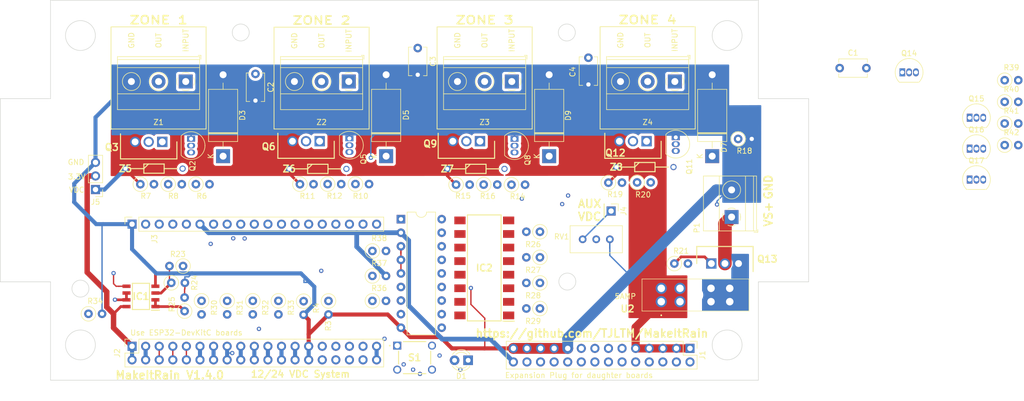
<source format=kicad_pcb>
(kicad_pcb (version 20221018) (generator pcbnew)
  (layers (0 "F.Cu" power) (1 "In1.Cu" signal) (2 "In2.Cu" signal) (31 "B.Cu" power) (34 "B.Paste" user) (35 "F.Paste" user) (36 "B.SilkS" user "B.Silkscreen") (37 "F.SilkS" user "F.Silkscreen") (38 "B.Mask" user) (39 "F.Mask" user) (44 "Edge.Cuts" user))
  (net 0 "")
  (net 1 "GND")
  (net 2 "+VDC")
  (net 3 "/Zone1IO/ZoneOutput")
  (net 4 "/Zone2IO/ZoneOutput")
  (net 5 "/Zone4IO/ZoneOutput")
  (net 6 "/Zone3IO/ZoneOutput")
  (net 7 "+3V3")
  (net 8 "Net-(Q14-D)")
  (net 9 "Net-(Q14-G)")
  (net 10 "/InputIsolation/1in")
  (net 11 "/InputIsolation/2in")
  (net 12 "/InputIsolation/3in")
  (net 13 "D39")
  (net 14 "D21")
  (net 15 "Net-(Q15-D)")
  (net 16 "Net-(Q15-G)")
  (net 17 "Net-(Q16-D)")
  (net 18 "Net-(Q16-G)")
  (net 19 "D36")
  (net 20 "Net-(IC1-+IN_A)")
  (net 21 "D12")
  (net 22 "D14")
  (net 23 "D27")
  (net 24 "D26")
  (net 25 "D23")
  (net 26 "D19")
  (net 27 "Net-(Q13-Pad1)")
  (net 28 "Net-(IC1-+INB)")
  (net 31 "D18")
  (net 32 "D5")
  (net 34 "D35")
  (net 35 "D32")
  (net 37 "/SD1")
  (net 38 "/SDD")
  (net 39 "/CLK")
  (net 40 "D4")
  (net 41 "D0")
  (net 42 "TX")
  (net 43 "RX")
  (net 44 "EN")
  (net 45 "D34")
  (net 46 "D17")
  (net 47 "D16")
  (net 48 "D2")
  (net 49 "D15")
  (net 50 "Net-(Q3-Pad1)")
  (net 51 "Net-(Q6-Pad1)")
  (net 52 "Net-(Q9-Pad1)")
  (net 53 "Net-(Q12-Pad1)")
  (net 54 "Net-(Q13-Pad3)")
  (net 59 "Net-(J2-Pin_37)")
  (net 60 "Net-(P1-Pin_1)")
  (net 61 "Net-(Q2-D)")
  (net 62 "AuxVoltage")
  (net 63 "Net-(Q5-D)")
  (net 64 "Net-(Q8-D)")
  (net 65 "Net-(Q11-D)")
  (net 66 "Z1")
  (net 67 "Z2")
  (net 68 "Z3")
  (net 69 "Z4")
  (net 70 "Z5")
  (net 71 "Z6")
  (net 72 "Z7")
  (net 73 "Z8")
  (net 74 "Net-(U1-~{RESET})")
  (net 76 "Net-(D1-K)")
  (net 77 "Net-(Q17-D)")
  (net 78 "Net-(Q17-G)")
  (net 79 "D33")
  (net 80 "D22")
  (net 81 "D25")
  (net 82 "/InputIsolation/4in")
  (net 86 "Net-(IC2-A_1)")
  (net 87 "Net-(IC2-A_2)")
  (net 88 "Net-(IC2-A_3)")
  (net 89 "Net-(IC2-A_4)")
  (footprint "Capacitor_THT:C_Disc_D5.1mm_W3.2mm_P5.00mm" (layer "F.Cu") (at 89.109 69.6597 -90)
    (fp_text reference "C2")
    (fp_text value "220nF")
  )
  (footprint "Capacitor_THT:C_Disc_D5.1mm_W3.2mm_P5.00mm" (layer "F.Cu") (at 119.4496 64.825 -90)
    (fp_text reference "C3")
    (fp_text value "220nF")
  )
  (footprint "Capacitor_THT:C_Disc_D5.1mm_W3.2mm_P5.00mm" (layer "F.Cu") (at 151.3579 66.6383 -90)
    (fp_text reference "C4")
    (fp_text value "220nF")
  )
  (footprint "Diode_THT:D_DO-201_P15.24mm_Horizontal" (layer "F.Cu") (at 83.061 85.06 90)
    (fp_text reference "D3")
    (fp_text value "STPS3150RL")
  )
  (footprint "Diode_THT:D_DO-201_P15.24mm_Horizontal" (layer "F.Cu") (at 113.541 85.06 90)
    (fp_text reference "D5")
    (fp_text value "STPS3150RL")
  )
  (footprint "Diode_THT:D_DO-201_P15.24mm_Horizontal" (layer "F.Cu") (at 174.501 85.06 90)
    (fp_text reference "D7")
    (fp_text value "STPS3150RL")
  )
  (footprint "Diode_THT:D_DO-201_P15.24mm_Horizontal" (layer "F.Cu") (at 144.021 85.06 90)
    (fp_text reference "D9")
    (fp_text value "STPS3150RL")
  )
  (footprint "LED_THT:LED_D3.0mm" (layer "F.Cu") (at 128.8729 123.2682 180)
    (fp_text reference "D1")
    (fp_text value "LED")
  )
  (footprint "Connector_PinSocket_2.54mm:PinSocket_2x19_P2.54mm_Vertical" (layer "F.Cu") (at 66.04 120.65 90)
    (fp_text reference "J2")
    (fp_text value "Conn_02x19_Odd_Even")
  )
  (footprint "Connector_PinSocket_2.54mm:PinSocket_1x19_P2.54mm_Vertical" (layer "F.Cu") (at 66.04 97.79 90)
    (fp_text reference "J3")
    (fp_text value "Conn_01x19")
  )
  (footprint "TerminalBlock_Phoenix:TerminalBlock_Phoenix_MKDS-1,5-2-5.08_1x02_P5.08mm_Horizontal" (layer "F.Cu") (at 178.1257 96.4578 90)
    (fp_text reference "P1")
    (fp_text value "Screw_Terminal_01x02")
  )
  (footprint "SamacSys_Parts:TO254P469X1042X1967-3P" (layer "F.Cu") (at 71.6897 82.3796 180)
    (fp_text reference "Q3")
    (fp_text value "IRF9Z34NPBF" hide)
  )
  (footprint "SamacSys_Parts:TO254P469X1042X1967-3P" (layer "F.Cu") (at 101.1086 82.2676 180)
    (fp_text reference "Q6")
    (fp_text value "IRF9Z34NPBF" hide)
  )
  (footprint "SamacSys_Parts:TO254P469X1042X1967-3P" (layer "F.Cu") (at 131.0857 82.2676 180)
    (fp_text reference "Q9")
    (fp_text value "IRF9Z34NPBF" hide)
  )
  (footprint "SamacSys_Parts:TO254P469X1042X1967-3P" (layer "F.Cu") (at 162.2292 82.2676 180)
    (fp_text reference "Q12")
    (fp_text value "IRF9Z34NPBF" hide)
  )
  (footprint "SamacSys_Parts:TO254P469X1042X1967-3P" (layer "F.Cu") (at 174.3416 105.1641)
    (fp_text reference "Q13")
    (fp_text value "IRF9Z34NPBF" hide)
  )
  (footprint "TerminalBlock_Phoenix:TerminalBlock_Phoenix_MKDS-1,5-3-5.08_1x03_P5.08mm_Horizontal" (layer "F.Cu") (at 106.556 71.09 180)
    (fp_text reference "Z2")
    (fp_text value "Screw_Terminal_01x03")
  )
  (footprint "TerminalBlock_Phoenix:TerminalBlock_Phoenix_MKDS-1,5-3-5.08_1x03_P5.08mm_Horizontal" (layer "F.Cu") (at 137.036 71.09 180)
    (fp_text reference "Z3")
    (fp_text value "Screw_Terminal_01x03")
  )
  (footprint "TerminalBlock_Phoenix:TerminalBlock_Phoenix_MKDS-1,5-3-5.08_1x03_P5.08mm_Horizontal" (layer "F.Cu") (at 167.516 71.09 180)
    (fp_text reference "Z4")
    (fp_text value "Screw_Terminal_01x03")
  )
  (footprint "TerminalBlock_Phoenix:TerminalBlock_Phoenix_MKDS-1,5-3-5.08_1x03_P5.08mm_Horizontal" (layer "F.Cu") (at 76.076 71.09 180)
    (fp_text reference "Z1")
    (fp_text value "Screw_Terminal_01x03")
  )
  (footprint "Connector_PinHeader_2.54mm:PinHeader_2x14_P2.54mm_Vertical" (layer "F.Cu") (at 170.349 121.0423 -90)
    (fp_text reference "J1")
    (fp_text value "Conn_02x14_Odd_Even")
  )
  (footprint "SamacSys_Parts:DIOAD1068W53L380D172" (layer "F.Cu") (at 64.7925 87.3954)
    (fp_text reference "Z5")
    (fp_text value "BZX79C10" hide)
  )
  (footprint "SamacSys_Parts:DIOAD1068W53L380D172" (layer "F.Cu") (at 95.4185 87.436)
    (fp_text reference "Z6")
    (fp_text value "BZX79C10" hide)
  )
  (footprint "SamacSys_Parts:DIOAD1068W53L380D172" (layer "F.Cu") (at 156.5643 87.1042)
    (fp_text reference "Z8")
    (fp_text value "BZX79C10" hide)
  )
  (footprint "Resistor_THT:R_Axial_DIN0207_L6.3mm_D2.5mm_P2.54mm_Vertical" (layer "F.Cu") (at 75.5723 105.6272 180)
    (fp_text reference "R23")
    (fp_text value "120k")
  )
  (footprint "Resistor_THT:R_Axial_DIN0207_L6.3mm_D2.5mm_P2.54mm_Vertical" (layer "F.Cu") (at 83.8222 112.1406 -90)
    (fp_text reference "R31")
    (fp_text value "22k")
  )
  (footprint "Resistor_THT:R_Axial_DIN0207_L6.3mm_D2.5mm_P2.54mm_Vertical" (layer "F.Cu") (at 131.7774 90.3859)
    (fp_text reference "R16")
    (fp_text value "10k")
  )
  (footprint "Package_TO_SOT_THT:TO-92_Inline" (layer "F.Cu") (at 77.0748 81.8166 -90)
    (fp_text reference "Q2")
    (fp_text value "2N7000")
  )
  (footprint "Resistor_THT:R_Axial_DIN0207_L6.3mm_D2.5mm_P2.54mm_Vertical" (layer "F.Cu") (at 73.3767 108.7651)
    (fp_text reference "R24")
    (fp_text value "15k")
  )
  (footprint "Potentiometer_THT:Potentiometer_Bourns_3296W_Vertical" (layer "F.Cu") (at 150.2817 100.622 180)
    (fp_text reference "RV1")
    (fp_text value "500k")
  )
  (footprint "Connector_PinHeader_2.54mm:PinHeader_1x01_P2.54mm_Vertical" (layer "F.Cu") (at 155.5989 95.3338 -90)
    (fp_text reference "J4")
    (fp_text value "Conn_01x01")
  )
  (footprint "Package_TO_SOT_THT:TO-92_Inline" (layer "F.Cu") (at 222.629687 89.447221)
    (fp_text reference "Q17")
    (fp_text value "BS250")
  )
  (footprint "Resistor_THT:R_Axial_DIN0207_L6.3mm_D2.5mm_P2.54mm_Vertical" (layer "F.Cu") (at 126.6145 90.3924)
    (fp_text reference "R15")
    (fp_text value "100k")
  )
  (footprint "Resistor_THT:R_Axial_DIN0207_L6.3mm_D2.5mm_P2.54mm_Vertical" (layer "F.Cu") (at 229.179687 82.997221)
    (fp_text reference "R42")
    (fp_text value "1K")
  )
  (footprint "Connector_PinHeader_2.54mm:PinHeader_1x03_P2.54mm_Vertical" (layer "F.Cu") (at 59.2077 91.3102 180)
    (fp_text reference "J5")
    (fp_text value "Conn_01x03")
  )
  (footprint "Resistor_THT:R_Axial_DIN0207_L6.3mm_D2.5mm_P2.54mm_Vertical" (layer "F.Cu") (at 98.1137 112.2072 -90)
    (fp_text reference "R4")
    (fp_text value "330")
  )
  (footprint "Resistor_THT:R_Axial_DIN0207_L6.3mm_D2.5mm_P2.54mm_Vertical" (layer "F.Cu") (at 179.3507 81.8331)
    (fp_text reference "R18")
    (fp_text value "1M")
  )
  (footprint "Resistor_THT:R_Axial_DIN0207_L6.3mm_D2.5mm_P2.54mm_Vertical" (layer "F.Cu") (at 142.295 113.5777 180)
    (fp_text reference "R29")
    (fp_text value "1K")
  )
  (footprint "Package_TO_SOT_THT:TO-92_Inline" (layer "F.Cu") (at 222.629687 77.867221)
    (fp_text reference "Q15")
    (fp_text value "BS250")
  )
  (footprint "Resistor_THT:R_Axial_DIN0207_L6.3mm_D2.5mm_P2.54mm_Vertical" (layer "F.Cu") (at 75.8599 114.0685 90)
    (fp_text reference "R25")
    (fp_text value "47k")
  )
  (footprint "Resistor_THT:R_Axial_DIN0207_L6.3mm_D2.5mm_P2.54mm_Vertical" (layer "F.Cu") (at 229.179687 74.897221)
    (fp_text reference "R40")
    (fp_text value "1K")
  )
  (footprint "Resistor_THT:R_Axial_DIN0207_L6.3mm_D2.5mm_P2.54mm_Vertical" (layer "F.Cu") (at 93.4029 112.1406 -90)
    (fp_text reference "R33")
    (fp_text value "22k")
  )
  (footprint "SamacSys_Parts:SOIC127P600X175-8N" (layer "F.Cu") (at 67.7025 111.3159 180)
    (fp_text reference "IC1")
    (fp_text value "OPA2340UA_2K5" hide)
  )
  (footprint "Resistor_THT:R_Axial_DIN0207_L6.3mm_D2.5mm_P2.54mm_Vertical" (layer "F.Cu") (at 136.9734 90.4052)
    (fp_text reference "R14")
    (fp_text value "1M")
  )
  (footprint "Package_TO_SOT_THT:TO-92_Inline" (layer "F.Cu") (at 167.6875 81.543 -90)
    (fp_text reference "Q11")
    (fp_text value "2N7000")
  )
  (footprint "Resistor_THT:R_Axial_DIN0207_L6.3mm_D2.5mm_P2.54mm_Vertical" (layer "F.Cu") (at 142.295 103.999 180)
    (fp_text reference "R27")
    (fp_text value "1K")
  )
  (footprint "Package_DIP:DIP-18_W7.62mm" (layer "F.Cu") (at 116.3079 96.8538)
    (fp_text reference "U1" hide)
    (fp_text value "MCP23008-xP")
  )
  (footprint "SamacSys_Parts:TS0266160BK260LCRD" (layer "F.Cu") (at 115.6162 120.5238)
    (fp_text reference "S1")
    (fp_text value "TS02-66-160-BK-260-LCR-D" hide)
  )
  (footprint "Resistor_THT:R_Axial_DIN0207_L6.3mm_D2.5mm_P2.54mm_Vertical" (layer "F.Cu") (at 229.179687 70.847221)
    (fp_text reference "R39")
    (fp_text value "330")
  )
  (footprint "Package_TO_SOT_THT:TO-92_Inline" (layer "F.Cu") (at 210.045026 69.373149)
    (fp_text reference "Q14")
    (fp_text value "BS250")
  )
  (footprint "Resistor_THT:R_Axial_DIN0207_L6.3mm_D2.5mm_P2.54mm_Vertical" (layer "F.Cu") (at 77.9769 90.3136)
    (fp_text reference "R6")
    (fp_text value "1M")
  )
  (footprint "Resistor_THT:R_Axial_DIN0207_L6.3mm_D2.5mm_P2.54mm_Vertical" (layer "F.Cu") (at 97.4281 90.3136)
    (fp_text reference "R11")
    (fp_text value "100k")
  )
  (footprint "Resistor_THT:R_Axial_DIN0207_L6.3mm_D2.5mm_P2.54mm_Vertical" (layer "F.Cu") (at 67.5921 90.3136)
    (fp_text reference "R7")
    (fp_text value "100k")
  )
  (footprint "Resistor_THT:R_Axial_DIN0207_L6.3mm_D2.5mm_P2.54mm_Vertical" (layer "F.Cu") (at 110.9743 107.4789)
    (fp_text reference "R37")
    (fp_text value "2.2k")
  )
  (footprint "SamacSys_Parts:17861650001" (layer "F.Cu") (at 164.9784 112.3005)
    (fp_text reference "U2")
    (fp_text value "178.6165.0001" hide)
  )
  (footprint "SamacSys_Parts:LTV846S" (layer "F.Cu") (at 131.8899 105.9805 180)
    (fp_text reference "IC2")
    (fp_text value "LTV-846S" hide)
  )
  (footprint "Resistor_THT:R_Axial_DIN0207_L6.3mm_D2.5mm_P2.54mm_Vertical" (layer "F.Cu") (at 142.295 99.2097 180)
    (fp_text reference "R26")
    (fp_text value "330")
  )
  (footprint "Resistor_THT:R_Axial_DIN0207_L6.3mm_D2.5mm_P2.54mm_Vertical" (layer "F.Cu") (at 110.9743 112.1495)
    (fp_text reference "R36")
    (fp_text value "10k")
  )
  (footprint "Resistor_THT:R_Axial_DIN0207_L6.3mm_D2.5mm_P2.54mm_Vertical" (layer "F.Cu") (at 72.7986 90.3136)
    (fp_text reference "R8")
    (fp_text value "10k")
  )
  (footprint "Package_TO_SOT_THT:TO-92_Inline" (layer "F.Cu") (at 137.5426 81.8229 -90)
    (fp_text reference "Q8")
    (fp_text value "2N7000")
  )
  (footprint "Package_TO_SOT_THT:TO-92_Inline" (layer "F.Cu") (at 106.6734 81.7492 -90)
    (fp_text reference "Q5")
    (fp_text value "2N7000")
  )
  (footprint "Resistor_THT:R_Axial_DIN0207_L6.3mm_D2.5mm_P2.54mm_Vertical" (layer "F.Cu") (at 229.179687 78.947221)
    (fp_text reference "R41")
    (fp_text value "330")
  )
  (footprint "Resistor_THT:R_Axial_DIN0207_L6.3mm_D2.5mm_P2.54mm_Vertical" (layer "F.Cu") (at 167.4251 105.1677)
    (fp_text reference "R21")
    (fp_text value "10k")
  )
  (footprint "Capacitor_THT:C_Disc_D5.1mm_W3.2mm_P5.00mm" (layer "F.Cu") (at 198.329492 68.577471)
    (fp_text reference "C1")
    (fp_text value "220nF")
  )
  (footprint "Resistor_THT:R_Axial_DIN0207_L6.3mm_D2.5mm_P2.54mm_Vertical" (layer "F.Cu") (at 102.7628 112.1619 -90)
    (fp_text reference "R3")
    (fp_text value "10k")
  )
  (footprint "Resistor_THT:R_Axial_DIN0207_L6.3mm_D2.5mm_P2.54mm_Vertical" (layer "F.Cu") (at 79.0318 112.1406 -90)
    (fp_text reference "R30")
    (fp_text value "22k")
  )
  (footprint "Resistor_THT:R_Axial_DIN0207_L6.3mm_D2.5mm_P2.54mm_Vertical" (layer "F.Cu") (at 102.6027 90.2914)
    (fp_text reference "R12")
    (fp_text value "10k")
  )
  (footprint "Resistor_THT:R_Axial_DIN0207_L6.3mm_D2.5mm_P2.54mm_Vertical" (layer "F.Cu") (at 142.295 108.7884 180)
    (fp_text reference "R28")
    (fp_text value "330")
  )
  (footprint "Resistor_THT:R_Axial_DIN0207_L6.3mm_D2.5mm_P2.54mm_Vertical" (layer "F.Cu") (at 160.4593 89.971)
    (fp_text reference "R20")
    (fp_text value "10k")
  )
  (footprint "Resistor_THT:R_Axial_DIN0207_L6.3mm_D2.5mm_P2.54mm_Vertical" (layer "F.Cu") (at 155.0968 90.0208)
    (fp_text reference "R19")
    (fp_text value "100k")
  )
  (footprint "Resistor_THT:R_Axial_DIN0207_L6.3mm_D2.5mm_P2.54mm_Vertical" (layer "F.Cu") (at 107.8041 90.2859)
    (fp_text reference "R10")
    (fp_text value "1M")
  )
  (footprint "Resistor_THT:R_Axial_DIN0207_L6.3mm_D2.5mm_P2.54mm_Vertical" (layer "F.Cu") (at 88.6126 112.1406 -90)
    (fp_text reference "R32")
    (fp_text value "22k")
  )
  (footprint "SamacSys_Parts:DIOAD1068W53L380D172" (layer "F.Cu") (at 124.9686 87.436)
    (fp_text reference "Z7")
    (fp_text value "BZX79C10" hide)
  )
  (footprint "Resistor_THT:R_Axial_DIN0207_L6.3mm_D2.5mm_P2.54mm_Vertical" (layer "F.Cu") (at 110.9743 102.8083)
    (fp_text reference "R38")
    (fp_text value "2.2k")
  )
  (footprint "Resistor_THT:R_Axial_DIN0207_L6.3mm_D2.5mm_P2.54mm_Vertical" (layer "F.Cu") (at 57.8894 114.5689)
    (fp_text reference "R34")
    (fp_text value "47k")
  )
  (footprint "Package_TO_SOT_THT:TO-92_Inline" (layer "F.Cu") (at 222.629687 83.657221)
    (fp_text reference "Q16")
    (fp_text value "BS250")
  )
  (gr_line (start 79.89703 60.851504) (end 62.11703 60.851504) (stroke (width 0.15)) (layer "F.SilkS"))
  (gr_line (start 92.585999 60.929986) (end 92.585999 79.979986) (stroke (width 0.15)) (layer "F.SilkS"))
  (gr_line (start 110.365999 79.979986) (end 110.365999 60.929986) (stroke (width 0.15)) (layer "F.SilkS"))
  (gr_line (start 110.365765 60.919674) (end 92.585765 60.919674) (stroke (width 0.15)) (layer "F.SilkS"))
  (gr_line (start 123.065999 60.929986) (end 123.065999 79.979986) (stroke (width 0.15)) (layer "F.SilkS"))
  (gr_line (start 140.845999 79.979986) (end 140.845999 60.929986) (stroke (width 0.15)) (layer "F.SilkS"))
  (gr_line (start 140.850803 60.857432) (end 123.070803 60.857432) (stroke (width 0.15)) (layer "F.SilkS"))
  (gr_line (start 171.325999 79.979986) (end 171.325999 60.929986) (stroke (width 0.15)) (layer "F.SilkS"))
  (gr_line (start 171.322601 60.821866) (end 153.542601 60.821866) (stroke (width 0.15)) (layer "F.SilkS"))
  (gr_line (start 153.545999 60.929986) (end 153.545999 79.979986) (stroke (width 0.15)) (layer "F.SilkS"))
  (gr_line (start 92.585999 79.979986) (end 110.365999 79.979986) (stroke (width 0.15)) (layer "F.SilkS"))
  (gr_line (start 123.065999 79.979986) (end 140.845999 79.979986) (stroke (width 0.15)) (layer "F.SilkS"))
  (gr_line (start 153.545999 79.979986) (end 171.325999 79.979986) (stroke (width 0.15)) (layer "F.SilkS"))
  (gr_line (start 62.105999 79.979986) (end 79.885999 79.979986) (stroke (width 0.15)) (layer "F.SilkS"))
  (gr_line (start 79.885999 79.979986) (end 79.885999 60.929986) (stroke (width 0.15)) (layer "F.SilkS"))
  (gr_line (start 62.105999 60.929986) (end 62.105999 79.979986) (stroke (width 0.15)) (layer "F.SilkS"))
  (gr_line (start 183.134 74.295) (end 192.532 74.295) (stroke (width 0.1)) (layer "Edge.Cuts"))
  (gr_line (start 183.134 74.295) (end 183.134 55.88) (stroke (width 0.1)) (layer "Edge.Cuts"))
  (gr_line (start 50.8 55.88) (end 183.134 55.88) (stroke (width 0.1)) (layer "Edge.Cuts"))
  (gr_line (start 50.8 127) (end 50.8 108.585) (stroke (width 0.1)) (layer "Edge.Cuts"))
  (gr_line (start 41.402 108.585) (end 50.8 108.585) (stroke (width 0.1)) (layer "Edge.Cuts"))
  (gr_line (start 41.402 74.295) (end 50.8 74.295) (stroke (width 0.1)) (layer "Edge.Cuts"))
  (gr_line (start 41.402 108.585) (end 41.402 74.295) (stroke (width 0.1)) (layer "Edge.Cuts"))
  (gr_line (start 50.8 74.295) (end 50.8 55.88) (stroke (width 0.1)) (layer "Edge.Cuts"))
  (gr_circle (center 56.388 109.855) (end 57.9755 109.855) (stroke (width 0.1)) (fill none) (layer "Edge.Cuts"))
  (gr_circle (center 147.418926 108.536569) (end 149.006426 108.536569) (stroke (width 0.1)) (fill none) (layer "Edge.Cuts"))
  (gr_circle (center 86.36 61.9125) (end 87.9475 61.9125) (stroke (width 0.1)) (fill none) (layer "Edge.Cuts"))
  (gr_circle (center 147.32 61.9125) (end 148.9075 61.9125) (stroke (width 0.1)) (fill none) (layer "Edge.Cuts"))
  (gr_circle (center 56.388 62.484) (end 59.182 62.484) (stroke (width 0.1)) (fill none) (layer "Edge.Cuts"))
  (gr_circle (center 177.292 62.484) (end 180.086 62.484) (stroke (width 0.1)) (fill none) (layer "Edge.Cuts"))
  (gr_line (start 50.8 127) (end 183.134 127) (stroke (width 0.1)) (layer "Edge.Cuts"))
  (gr_circle (center 177.292 120.396) (end 180.086 120.396) (stroke (width 0.1)) (fill none) (layer "Edge.Cuts"))
  (gr_line (start 192.532 108.585) (end 192.532 74.295) (stroke (width 0.1)) (layer "Edge.Cuts"))
  (gr_line (start 183.134 127) (end 183.134 108.585) (stroke (width 0.1)) (layer "Edge.Cuts"))
  (gr_circle (center 56.388 120.396) (end 59.182 120.396) (stroke (width 0.1)) (fill none) (layer "Edge.Cuts"))
  (gr_line (start 183.134 108.585) (end 192.532 108.585) (stroke (width 0.1)) (layer "Edge.Cuts"))
  (gr_text "INPUT" (at 76.08703 63.391504 90) (layer "F.SilkS") (effects (font (size 1 1))))
  (gr_text "INPUT" (at 106.555765 63.459674 90) (layer "F.SilkS") (effects (font (size 1 1))))
  (gr_text "OUT" (at 101.475765 63.459674 90) (layer "F.SilkS") (effects (font (size 1 1))))
  (gr_text "GND" (at 96.395765 63.459674 90) (layer "F.SilkS") (effects (font (size 1 1))))
  (gr_text "GND" (at 126.880803 63.397432 90) (layer "F.SilkS") (effects (font (size 1 1))))
  (gr_text "INPUT" (at 137.040803 63.397432 90) (layer "F.SilkS") (effects (font (size 1 1))))
  (gr_text "OUT" (at 131.960803 63.397432 90) (layer "F.SilkS") (effects (font (size 1 1))))
  (gr_text "GND" (at 157.352601 63.361866 90) (layer "F.SilkS") (effects (font (size 1 1))))
  (gr_text "OUT" (at 162.432601 63.361866 90) (layer "F.SilkS") (effects (font (size 1 1))))
  (gr_text "INPUT" (at 167.512601 63.361866 90) (layer "F.SilkS") (effects (font (size 1 1))))
  (gr_text "ZONE 2" (at 101.475765 59.649674) (layer "F.SilkS") (effects (font (size 1.5 1.905) (thickness 0.3))))
  (gr_text "ZONE 3" (at 131.960803 59.587432) (layer "F.SilkS") (effects (font (size 1.5 1.905) (thickness 0.3))))
  (gr_text "ZONE 4" (at 162.432601 59.551866) (layer "F.SilkS") (effects (font (size 1.5 1.905) (thickness 0.3))))
  (gr_text "VS+" (at 185.005798 95.938573 90) (layer "F.SilkS") (effects (font (size 1.5 1.5) (thickness 0.3))))
  (gr_text "5AMP" (at 158.260052 111.307034) (layer "F.SilkS") (effects (font (size 1 1))))
  (gr_text "Use ESP32-DevKitC boards" (at 76.2 118.11) (layer "F.SilkS") (effects (font (size 1 1))))
  (gr_text "12/24 VDC System" (at 97.516761 125.853602) (layer "F.SilkS") (effects (font (size 1.27 1.27) (thickness 0.254))))
  (gr_text "https://github.com/TJLTM/MakeItRain" (at 152.015573 118.239825) (layer "F.SilkS") (effects (font (size 1.5 1.5) (thickness 0.3))))
  (gr_text "GND\n" (at 185.005798 90.858573 90) (layer "F.SilkS") (effects (font (size 1.5 1.5) (thickness 0.3))))
  (gr_text "Expansion Plug for daughter boards" (at 149.593136 126.081242) (layer "F.SilkS") (effects (font (size 1 1))))
  (gr_text "3.3V" (at 55.697284 88.906695) (layer "F.SilkS") (effects (font (size 1 1))))
  (gr_text "AUX\nVDC" (at 151.580989 95.181431) (layer "F.SilkS") (effects (font (size 1.5 1.5) (thickness 0.3))))
  (gr_text "ZONE 1" (at 71.00703 59.581504) (layer "F.SilkS") (effects (font (size 1.5 1.905) (thickness 0.3))))
  (gr_text "MakeItRain V1.4.0" (at 73.089135 126.050282) (layer "F.SilkS") (effects (font (size 1.5 1.5) (thickness 0.3))))
  (gr_text "OUT" (at 71.00703 63.391504 90) (layer "F.SilkS") (effects (font (size 1 1))))
  (gr_text "GND" (at 55.561333 86.192609) (layer "F.SilkS") (effects (font (size 1 1))))
  (gr_text "GND" (at 65.92703 63.391504 90) (layer "F.SilkS") (effects (font (size 1 1))))
  (gr_text "VDC" (at 55.697284 91.374391) (layer "F.SilkS") (effects (font (size 1 1))))
  (segment (start 70.4135 106.862) (end 66.04 102.488) (width 0.508) (layer "F.Cu") (net 1))
  (segment (start 99.06 115.694) (end 98.1139 114.7471) (width 0.762) (layer "F.Cu") (net 1))
  (segment (start 116.308 103.2039) (end 116.308 104.4738) (width 0.25) (layer "F.Cu") (net 1))
  (segment (start 131.984 120.98) (end 131.922 121.042) (width 0.25) (layer "F.Cu") (net 1))
  (segment (start 116.308 104.4738) (end 116.308 107.0138) (width 0.25) (layer "F.Cu") (net 1))
  (segment (start 75.8599 109.947) (end 75.8599 111.528) (width 0.25) (layer "F.Cu") (net 1))
  (segment (start 99.06 118.405) (end 102.7628 114.7022) (width 0.762) (layer "F.Cu") (net 1))
  (segment (start 75.9167 109.89) (end 75.8599 109.947) (width 0.25) (layer "F.Cu") (net 1))
  (segment (start 66.04 102.488) (end 66.04 97.79) (width 0.508) (layer "F.Cu") (net 1))
  (segment (start 139.8692 121.042) (end 137.3293 121.042) (width 2.032) (layer "F.Cu") (net 1))
  (segment (start 147.489 121.042) (end 147.4887 121.042) (width 2.032) (layer "F.Cu") (net 1))
  (segment (start 129.39 112.807) (end 131.984 115.401) (width 0.25) (layer "F.Cu") (net 1))
  (segment (start 144.949 121.042) (end 142.409 121.042) (width 2.032) (layer "F.Cu") (net 1))
  (segment (start 70.4135 109.4109) (end 70.4135 106.862) (width 0.508) (layer "F.Cu") (net 1))
  (segment (start 147.4887 121.042) (end 144.949 121.042) (width 2.032) (layer "F.Cu") (net 1))
  (segment (start 116.3079 117.1739) (end 118.063 118.929) (width 0.762) (layer "F.Cu") (net 1))
  (segment (start 129.39 109.74) (end 129.39 112.807) (width 0.25) (layer "F.Cu") (net 1))
  (segment (start 125.843 121.042) (end 131.922 121.042) (width 0.762) (layer "F.Cu") (net 1))
  (segment (start 131.984 115.401) (end 131.984 120.98) (width 0.25) (layer "F.Cu") (net 1))
  (segment (start 116.308 101.934) (end 116.308 103.2039) (width 0.25) (layer "F.Cu") (net 1))
  (segment (start 137.3293 121.042) (end 137.329 121.042) (width 2.032) (layer "F.Cu") (net 1))
  (segment (start 123.73 118.929) (end 125.843 121.042) (width 0.762) (layer "F.Cu") (net 1))
  (segment (start 137.329 121.042) (end 131.922 121.042) (width 0.762) (layer "F.Cu") (net 1))
  (segment (start 116.308 103.2039) (end 116.3079 103.2038) (width 0.25) (layer "F.Cu") (net 1))
  (segment (start 75.9167 108.7651) (end 75.9167 109.89) (width 0.25) (layer "F.Cu") (net 1))
  (segment (start 142.409 121.042) (end 139.8692 121.042) (width 2.032) (layer "F.Cu") (net 1))
  (segment (start 99.06 120.65) (end 99.06 118.405) (width 0.762) (layer "F.Cu") (net 1))
  (segment (start 113.836 114.702) (end 116.3079 117.1739) (width 0.762) (layer "F.Cu") (net 1))
  (segment (start 102.763 114.702) (end 113.836 114.702) (width 0.762) (layer "F.Cu") (net 1))
  (segment (start 116.3079 103.2038) (end 116.3079 101.9338) (width 0.25) (layer "F.Cu") (net 1))
  (segment (start 99.06 118.405) (end 99.06 115.694) (width 0.762) (layer "F.Cu") (net 1))
  (segment (start 118.063 118.929) (end 123.73 118.929) (width 0.762) (layer "F.Cu") (net 1))
  (via (at 175.398 94.1058) (size 0.8) (drill 0.4) (layers "F.Cu" "B.Cu") (net 1))
  (via (at 129.39 109.74) (size 0.8) (drill 0.4) (layers "F.Cu" "B.Cu") (net 1))
  (via (at 110.681 85.3642) (size 0.8) (drill 0.4) (layers "F.Cu" "B.Cu") (net 1))
  (segment (start 137.543 79.8449) (end 137.543 79.8451) (width 0.25) (layer "B.Cu") (net 1))
  (segment (start 77.2692 107.008) (end 97.6135 107.008) (width 0.762) (layer "B.Cu") (net 1))
  (segment (start 106.6734 81.1781) (end 106.6734 81.7492) (width 0.25) (layer "B.Cu") (net 1))
  (segment (start 137.543 80.8344) (end 137.543 81.3286) (width 0.25) (layer "B.Cu") (net 1))
  (segment (start 155.362 102.261) (end 155.3617 102.2607) (width 0.25) (layer "B.Cu") (net 1))
  (segment (start 55.2075 93.6573) (end 59.3402 97.79) (width 0.762) (layer "B.Cu") (net 1))
  (segment (start 155.362 103.642) (end 155.362 102.261) (width 0.25) (layer "B.Cu") (net 1))
  (segment (start 59.3402 97.79) (end 60.6279 97.79) (width 0.762) (layer "B.Cu") (net 1))
  (segment (start 68.2806 104.72) (end 70.5206 106.96) (width 0.25) (layer "B.Cu") (net 1))
  (segment (start 55.2307 93.6341) (end 55.2075 93.6573) (width 0.762) (layer "B.Cu") (net 1))
  (segment (start 60.6279 97.79) (end 66.04 97.79) (width 0.762) (layer "B.Cu") (net 1))
  (segment (start 167.688 81.0594) (end 167.688 81.0596) (width 0.25) (layer "B.Cu") (net 1))
  (segment (start 106.673 80.2246) (end 106.673 80.9872) (width 0.25) (layer "B.Cu") (net 1))
  (segment (start 57.7767 87.6612) (end 57.7642 87.6612) (width 0.762) (layer "B.Cu") (net 1))
  (segment (start 176.5 92.3754) (end 175.398 93.4779) (width 0.25) (layer "B.Cu") (net 1))
  (segment (start 98.4871 107.93) (end 98.1819 108.236) (width 0.25) (layer "B.Cu") (net 1))
  (segment (start 175.242 91.3778) (end 165.06 101.56) (width 2.032) (layer "B.Cu") (net 1))
  (segment (start 164.699 101.921) (end 165.06 101.56) (width 0.508) (layer "B.Cu") (net 1))
  (segment (start 76.6372 107.64) (end 77.2692 107.008) (width 0.25) (layer "B.Cu") (net 1))
  (segment (start 106.673 80.9872) (end 106.673 81.3682) (width 0.25) (layer "B.Cu") (net 1))
  (segment (start 98.7781 114.083) (end 98.4459 114.415) (width 0.762) (layer "B.Cu") (net 1))
  (segment (start 75.9167 107.64) (end 76.6372 107.64) (width 0.25) (layer "B.Cu") (net 1))
  (segment (start 178.1257 91.3778) (end 175.242 91.3778) (width 2.032) (layer "B.Cu") (net 1))
  (segment (start 68.2803 104.72) (end 70.5206 106.96) (width 0.762) (layer "B.Cu") (net 1))
  (segment (start 98.1819 108.236) (end 98.1819 108.702) (width 0.25) (layer "B.Cu") (net 1))
  (segment (start 165.06 101.56) (end 164.699 101.921) (width 2.032) (layer "B.Cu") (net 1))
  (segment (start 100.107 109.502) (end 100.107 112.754) (width 0.762) (layer "B.Cu") (net 1))
  (segment (start 159.17 107.45) (end 147.489 119.131) (width 2.032) (layer "B.Cu") (net 1))
  (segment (start 70.5206 106.96) (end 70.5693 107.008) (width 0.762) (layer "B.Cu") (net 1))
  (segment (start 97.6135 107.008) (end 98.4871 107.882) (width 0.762) (layer "B.Cu") (net 1))
  (segment (start 65.916 71.09) (end 59.2077 77.7983) (width 0.762) (layer "B.Cu") (net 1))
  (segment (start 98.4871 107.882) (end 98.4871 107.93) (width 0.25) (layer "B.Cu") (net 1))
  (segment (start 106.673 80.2245) (end 106.673 80.2246) (width 0.25) (layer "B.Cu") (net 1))
  (segment (start 98.4459 114.415) (end 98.1137 114.747) (width 0.762) (layer "B.Cu") (net 1))
  (segment (start 111.628 80.7851) (end 110.681 81.7322) (width 0.25) (layer "B.Cu") (net 1))
  (segment (start 60.6279 97.79) (end 60.4294 97.9885) (width 0.25) (layer "B.Cu") (net 1))
  (segment (start 167.688 81.0596) (end 167.688 81.3013) (width 0.25) (layer "B.Cu") (net 1))
  (segment (start 98.4871 107.882) (end 99.307 108.702) (width 0.762) (layer "B.Cu") (net 1))
  (segment (start 110.681 81.7322) (end 110.681 85.3642) (width 0.25) (layer "B.Cu") (net 1))
  (segment (start 98.1819 108.702) (end 99.307 108.702) (width 0.25) (layer "B.Cu") (net 1))
  (segment (start 137.5426 81.0819) (end 137.5426 81.8229) (width 0.25) (layer "B.Cu") (net 1))
  (segment (start 159.17 107.45) (end 155.362 103.642) (width 0.25) (layer "B.Cu") (net 1))
  (segment (start 59.2077 86.2302) (end 57.7767 87.6612) (width 0.762) (layer "B.Cu") (net 1))
  (segment (start 147.489 119.131) (end 147.489 121.042) (width 2.032) (layer "B.Cu") (net 1))
  (segment (start 155.3617 102.2607) (end 155.3617 100.622) (width 0.25) (layer "B.Cu") (net 1))
  (segment (start 66.04 102.479) (end 68.2803 104.72) (width 0.762) (layer "B.Cu") (net 1))
  (segment (start 60.4294 97.9885) (end 60.4294 114.5689) (width 0.25) (layer "B.Cu") (net 1))
  (segment (start 59.2077 77.7983) (end 59.2077 86.2302) (width 0.762) (layer "B.Cu") (net 1))
  (segment (start 77.0748 80.868) (end 77.0748 81.8166) (width 0.25) (layer "B.Cu") (net 1))
  (segment (start 137.543 79.8451) (end 137.543 80.8344) (width 0.25) (layer "B.Cu") (net 1))
  (segment (start 55.2307 90.1947) (end 55.2307 93.6341) (width 0.762) (layer "B.Cu") (net 1))
  (segment (start 164.699 101.921) (end 159.17 107.45) (width 2.032) (layer "B.Cu") (net 1))
  (segment (start 57.7642 87.6612) (end 55.2307 90.1947) (width 0.762) (layer "B.Cu") (net 1))
  (segment (start 70.5693 107.008) (end 77.2692 107.008) (width 0.762) (layer "B.Cu") (net 1))
  (segment (start 100.107 112.754) (end 98.7781 114.083) (width 0.762) (layer "B.Cu") (net 1))
  (segment (start 175.398 93.4779) (end 175.398 94.1058) (width 0.25) (layer "B.Cu") (net 1))
  (segment (start 99.06 120.65) (end 99.06 123.19) (width 0.762) (layer "B.Cu") (net 1))
  (segment (start 68.2803 104.72) (end 68.2806 104.72) (width 0.25) (layer "B.Cu") (net 1))
  (segment (start 155.362 102.261) (end 155.362 100.88) (width 0.25) (layer "B.Cu") (net 1))
  (segment (start 75.9167 108.765) (end 75.9167 107.64) (width 0.25) (layer "B.Cu") (net 1))
  (segment (start 99.307 108.702) (end 100.107 109.502) (width 0.762) (layer "B.Cu") (net 1))
  (segment (start 66.04 97.79) (end 66.04 102.479) (width 0.762) (layer "B.Cu") (net 1))
  (segment (start 167.8092 121.042) (end 165.2693 121.042) (width 1.524) (layer "F.Cu") (net 2))
  (segment (start 170.3487 121.042) (end 167.8092 121.042) (width 1.524) (layer "F.Cu") (net 2))
  (segment (start 162.7293 121.042) (end 160.1893 121.042) (width 1.524) (layer "F.Cu") (net 2))
  (segment (start 156.564 87.1042) (end 156.564 88.5533) (width 0.508) (layer "F.Cu") (net 2))
  (segment (start 160.189 121.042) (end 160.189 117.09) (width 1.524) (layer "F.Cu") (net 2))
  (segment (start 156.564 88.5533) (end 155.097 90.0208) (width 0.508) (layer "F.Cu") (net 2))
  (segment (start 95.4185 88.304) (end 97.4281 90.3136) (width 0.508) (layer "F.Cu") (net 2))
  (segment (start 124.969 87.436) (end 124.969 88.7465) (width 0.508) (layer "F.Cu") (net 2))
  (segment (start 124.969 88.7465) (end 126.614 90.3924) (width 0.508) (layer "F.Cu") (net 2))
  (segment (start 160.189 117.09) (end 164.978 112.3) (width 1.524) (layer "F.Cu") (net 2))
  (segment (start 64.7925 87.514) (end 67.5921 90.3136) (width 0.508) (layer "F.Cu") (net 2))
  (segment (start 95.4185 87.436) (end 95.4185 88.304) (width 0.508) (layer "F.Cu") (net 2))
  (segment (start 165.2693 121.042) (end 162.7293 121.042) (width 1.524) (layer "F.Cu") (net 2))
  (segment (start 60.8777 91.3102) (end 64.7925 87.3954) (width 0.762) (layer "B.Cu") (net 2))
  (segment (start 59.2077 91.3102) (end 60.8777 91.3102) (width 0.762) (layer "B.Cu") (net 2))
  (segment locked (start 61.307493 110.453651) (end 61.307493 113.306393) (width 1.016) (layer "F.Cu") (net 7))
  (segment (start 64.9914 113.221) (end 63.9392 113.221) (width 0.508) (layer "F.Cu") (net 7))
  (segment (start 63.9392 113.221) (end 62.5806 114.58) (width 0.508) (layer "F.Cu") (net 7))
  (segment locked (start 57.6497 89.126119) (end 57.6497 106.795858) (width 1.016) (layer "F.Cu") (net 7))
  (segment locked (start 57.6497 106.795858) (end 61.307493 110.453651) (width 1.016) (layer "F.Cu") (net 7))
  (segment locked (start 62.5806 117.1906) (end 66.04 120.65) (width 1.016) (layer "F.Cu") (net 7))
  (segment locked (start 59.2077 88.7702) (end 58.005619 88.7702) (width 1.016) (layer "F.Cu") (net 7))
  (segment locked (start 62.5806 114.5795) (end 62.5806 117.1906) (width 1.016) (layer "F.Cu") (net 7))
  (segment locked (start 61.307493 113.306393) (end 62.5806 114.5795) (width 1.016) (layer "F.Cu") (net 7))
  (segment locked (start 58.005619 88.7702) (end 57.6497 89.126119) (width 1.016) (layer "F.Cu") (net 7))
  (segment locked (start 66.04 120.65) (end 66.04 123.19) (width 0.762) (layer "B.Cu") (net 7))
  (segment (start 73.66 120.65) (end 73.66 123.19) (width 0.25) (layer "F.Cu") (net 13))
  (segment (start 78.74 97.79) (end 80.3438 99.3938) (width 0.889) (layer "B.Cu") (net 14))
  (segment (start 116.308 99.3938) (end 117.752 100.838) (width 0.889) (layer "B.Cu") (net 14))
  (segment (start 124.023 119.311) (end 133.058 119.311) (width 0.889) (layer "B.Cu") (net 14))
  (segment (start 117.752 113.041) (end 124.023 119.311) (width 0.889) (layer "B.Cu") (net 14))
  (segment (start 108.043 99.3938) (end 108.043 102.008) (width 0.889) (layer "B.Cu") (net 14))
  (segment (start 117.752 100.838) (end 117.752 113.041) (width 0.889) (layer "B.Cu") (net 14))
  (segment (start 80.3438 99.3938) (end 108.043 99.3938) (width 0.889) (layer "B.Cu") (net 14))
  (segment (start 108.043 99.3938) (end 116.3079 99.3938) (width 0.889) (layer "B.Cu") (net 14))
  (segment (start 108.043 102.008) (end 113.514 107.479) (width 0.889) (layer "B.Cu") (net 14))
  (segment (start 133.058 119.311) (end 137.329 123.582) (width 0.889) (layer "B.Cu") (net 14))
  (segment (start 71.12 123.19) (end 71.12 120.65) (width 0.25) (layer "F.Cu") (net 19))
  (segment (start 70.4136 110.681) (end 71.4609 110.681) (width 0.508) (layer "F.Cu") (net 20))
  (segment (start 73.0323 108.421) (end 73.0323 105.6272) (width 0.25) (layer "F.Cu") (net 20))
  (segment (start 71.4609 110.681) (end 72.4188 109.723) (width 0.508) (layer "F.Cu") (net 20))
  (segment (start 72.4188 109.723) (end 73.3767 108.765) (width 0.508) (layer "F.Cu") (net 20))
  (segment (start 72.4188 109.723) (end 73.3767 108.7651) (width 0.25) (layer "F.Cu") (net 20))
  (segment (start 96.52 123.19) (end 96.52 120.65) (width 0.762) (layer "B.Cu") (net 21))
  (segment (start 93.98 123.19) (end 93.98 120.65) (width 0.762) (layer "B.Cu") (net 22))
  (segment (start 91.44 120.65) (end 91.44 123.19) (width 0.762) (layer "B.Cu") (net 23))
  (segment (start 88.9 120.65) (end 88.9 123.19) (width 0.762) (layer "B.Cu") (net 24))
  (via (at 89.7628 117.396) (size 0.8) (drill 0.4) (layers "F.Cu" "B.Cu") (net 25))
  (via (at 119.87 125.819) (size 0.8) (drill 0.4) (layers "F.Cu" "B.Cu") (net 26))
  (via (at 80.7411 101.478) (size 0.8) (drill 0.4) (layers "F.Cu" "B.Cu") (net 26))
  (segment (start 168.052 104.541) (end 167.738 104.854) (width 0.25) (layer "F.Cu") (net 27))
  (segment (start 168.052 104.541) (end 167.738 104.854) (width 0.508) (layer "F.Cu") (net 27))
  (segment (start 173.092 103.914) (end 168.679 103.914) (width 0.508) (layer "F.Cu") (net 27))
  (segment (start 168.679 103.914) (end 168.052 104.541) (width 0.508) (layer "F.Cu") (net 27))
  (segment (start 174.3416 105.1636) (end 173.092 103.914) (width 0.508) (layer "F.Cu") (net 27))
  (segment (start 63.5709 109.409) (end 63.5725 109.411) (width 0.25) (layer "F.Cu") (net 28))
  (segment (start 63.5725 109.411) (end 64.9914 109.411) (width 0.25) (layer "F.Cu") (net 28))
  (segment (start 62.5806 106.96) (end 62.5806 108.933) (width 0.25) (layer "F.Cu") (net 28))
  (segment (start 62.5806 108.933) (end 63.0566 109.409) (width 0.25) (layer "F.Cu") (net 28))
  (segment (start 63.0566 109.409) (end 63.5709 109.409) (width 0.25) (layer "F.Cu") (net 28))
  (via (at 147.554 92.4345) (size 0.8) (drill 0.4) (layers "F.Cu" "B.Cu") (net 28))
  (via (at 62.5806 106.96) (size 0.8) (drill 0.4) (layers "F.Cu" "B.Cu") (net 28))
  (via (at 84.9555 100.441) (size 0.8) (drill 0.4) (layers "F.Cu" "B.Cu") (net 31))
  (segment (start 78.74 120.65) (end 78.74 123.19) (width 0.762) (layer "B.Cu") (net 34))
  (segment (start 64.9915 111.951) (end 62.8626 111.951) (width 0.508) (layer "F.Cu") (net 35))
  (segment (start 62.8626 111.951) (end 62.8429 111.931) (width 0.508) (layer "F.Cu") (net 35))
  (segment (start 64.9915 110.681) (end 64.9915 111.9509) (width 0.508) (layer "F.Cu") (net 35))
  (via (at 62.8429 111.931) (size 0.8) (drill 0.4) (layers "F.Cu" "B.Cu") (net 35))
  (segment (start 81.28 120.65) (end 81.28 123.19) (width 0.762) (layer "B.Cu") (net 35))
  (via (at 146.448 94.0375) (size 0.8) (drill 0.4) (layers "F.Cu" "B.Cu") (net 42))
  (via (at 138.918 93.0195) (size 0.8) (drill 0.4) (layers "F.Cu" "B.Cu") (net 43))
  (segment (start 68.58 120.65) (end 68.58 123.19) (width 0.762) (layer "B.Cu") (net 44))
  (segment (start 76.2 123.19) (end 76.2 120.65) (width 0.25) (layer "F.Cu") (net 45))
  (via (at 87.0862 100.467) (size 0.8) (drill 0.4) (layers "F.Cu" "B.Cu") (net 46))
  (via (at 101.409 106.528) (size 0.8) (drill 0.4) (layers "F.Cu" "B.Cu") (net 47))
  (via (at 127.416 125.023) (size 0.8) (drill 0.4) (layers "F.Cu" "B.Cu") (net 47))
  (via (at 123.531 122.38) (size 0.8) (drill 0.4) (layers "F.Cu" "B.Cu") (net 47))
  (via (at 113.24 119.24) (size 0.8) (drill 0.4) (layers "F.Cu" "B.Cu") (net 47))
  (segment (start 111.76 123.19) (end 111.76 120.65) (width 0.762) (layer "B.Cu") (net 59))
  (segment (start 176.882 105.164) (end 176.882 97.7019) (width 2.54) (layer "F.Cu") (net 60))
  (segment (start 176.882 97.7019) (end 178.126 96.4582) (width 2.54) (layer "F.Cu") (net 60))
  (segment (start 151.5719 99.3322) (end 151.5715 99.3322) (width 0.25) (layer "B.Cu") (net 62))
  (segment (start 151.5715 99.3322) (end 150.2817 100.622) (width 0.25) (layer "B.Cu") (net 62))
  (segment (start 155.57 95.3338) (end 151.5719 99.3322) (width 0.25) (layer "B.Cu") (net 62))
  (via (at 116.821 124.038) (size 0.8) (drill 0.4) (layers "F.Cu" "B.Cu") (net 76))
  (segment (start 75.0123 113.221) (end 75.4361 113.6445) (width 0.508) (layer "F.Cu") (net 79))
  (segment (start 70.4135 111.951) (end 70.4135 113.2209) (width 0.508) (layer "F.Cu") (net 79))
  (segment (start 70.4135 113.221) (end 75.0123 113.221) (width 0.508) (layer "F.Cu") (net 79))
  (segment (start 75.4361 113.6445) (end 75.8599 114.068) (width 0.508) (layer "F.Cu") (net 79))
  (via (at 84.7647 121.92) (size 0.8) (drill 0.4) (layers "F.Cu" "B.Cu") (net 79))
  (segment (start 83.82 121.92) (end 84.7647 121.92) (width 0.25) (layer "B.Cu") (net 79))
  (segment locked (start 83.82 120.65) (end 83.82 123.19) (width 0.762) (layer "B.Cu") (net 79))
  (via (at 118.5817 125.0238) (size 0.8) (drill 0.4) (layers "F.Cu" "B.Cu") (net 81))
  (segment (start 86.36 120.65) (end 86.36 123.19) (width 0.762) (layer "B.Cu") (net 81))
  (zone (net 2) (net_name "+VDC") (layer "F.Cu") (connect_pads yes (clearance 0.508)) (min_thickness 0.254) (fill yes (thermal_gap 0.508) (thermal_bridge_width 0.508))
    (polygon (pts (xy 165.988165 107.386926) (xy 169.858862 107.371758) (xy 169.852801 115.378207) (xy 158.848414 115.378207) (xy 158.881166 88.735146) (xy 62.041473 88.787004) (xy 62.067948 80.100561) (xy 165.973603 79.897179)))
  )
  (zone (net 1) (net_name "GND") (layer "B.Cu") (connect_pads yes (clearance 0.508)) (min_thickness 0.254) (fill yes (thermal_gap 0.508) (thermal_bridge_width 0.508))
    (polygon (pts (xy 177.675999 75.534986) (xy 183.671799 75.510088) (xy 183.648087 93.781449) (xy 176.383607 93.794294) (xy 176.405999 81.249986) (xy 62.17097 81.152309) (xy 62.105999 67.914986) (xy 177.675999 67.914986)))
  )
  (zone (net 54) (net_name "Net-(Q13-Pad3)") (layer "B.Cu") (connect_pads yes (clearance 0.508)) (min_thickness 0.254) (fill yes (thermal_gap 0.508) (thermal_bridge_width 0.508))
    (polygon (pts (xy 181.372145 103.347116) (xy 181.370368 114.025111) (xy 172.593059 114.068779) (xy 172.600497 108.047918) (xy 178.062991 108.04207) (xy 178.082559 103.333681)))
  )
)
</source>
